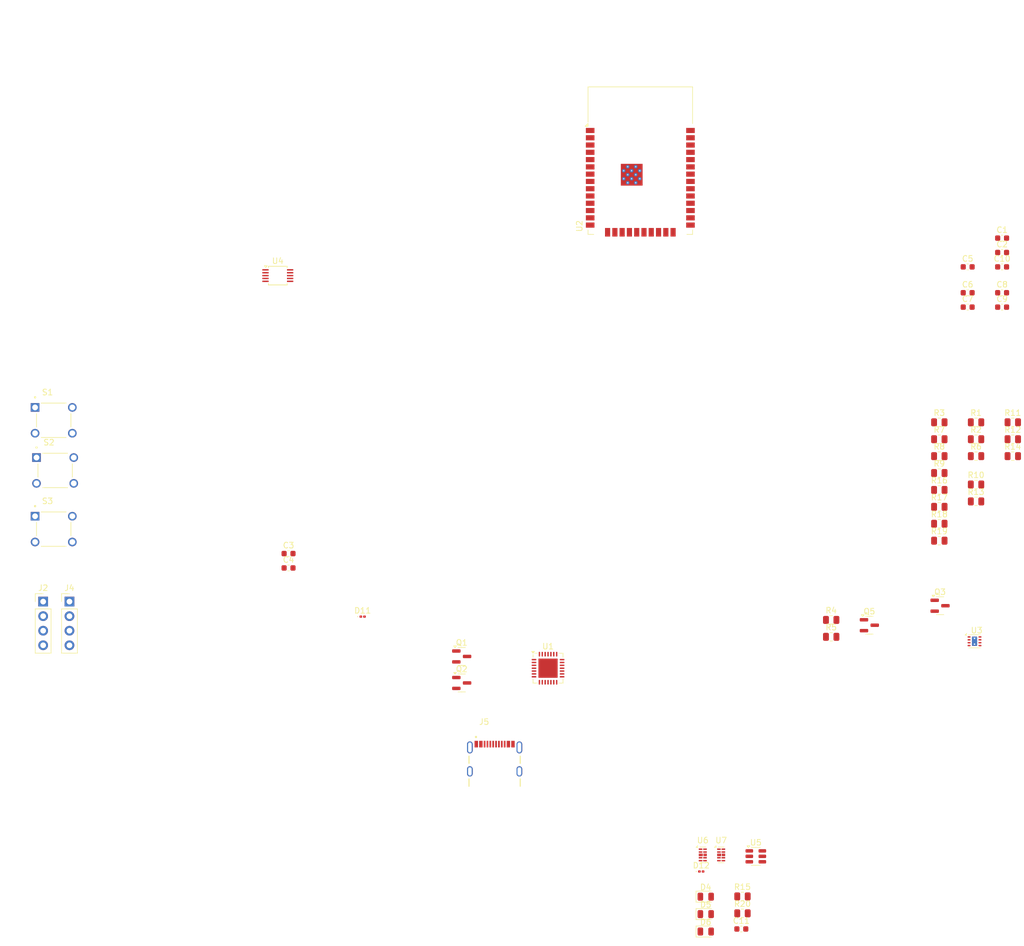
<source format=kicad_pcb>
(kicad_pcb (version 20241229) (generator "pcbnew") (generator_version "9.0")
  (layers (0 "F.Cu" signal) (2 "B.Cu" signal) (13 "F.Paste" user) (15 "B.Paste" user) (5 "F.SilkS" user "F.Silkscreen") (7 "B.SilkS" user "B.Silkscreen") (1 "F.Mask" user) (3 "B.Mask" user) (25 "Edge.Cuts" user))
  (net 0 "")
  (net 1 "GND")
  (net 2 "VBUS")
  (net 3 "/dn")
  (net 4 "/dp")
  (net 5 "+3.3V")
  (net 6 "/ESP32/SCL")
  (net 7 "/ESP32/SDA")
  (net 8 "Net-(Q1-E)")
  (net 9 "/ESP32/EN")
  (net 10 "Net-(Q1-B)")
  (net 11 "Net-(Q2-E)")
  (net 12 "/ESP32/GPIO0")
  (net 13 "Net-(Q2-B)")
  (net 14 "+5V")
  (net 15 "Net-(D2-A)")
  (net 16 "Net-(D8-A)")
  (net 17 "Vin")
  (net 26 "/ESP32/RXD0")
  (net 27 "Net-(U1-~{RST})")
  (net 29 "Net-(U1-VBUS)")
  (net 36 "/ESP32/TXD0")
  (net 38 "/ESP32/GPIO35")
  (net 50 "/ESP32/GPIO32")
  (net 52 "/ESP32/GPIO27")
  (net 53 "/ESP32/GPIO34")
  (net 58 "/ESP32/GPIO33")
  (net 65 "Net-(U2-IO19)")
  (net 66 "Net-(U3-SW)")
  (net 67 "Net-(U3-PG)")
  (net 69 "/ESP32/AINpositif")
  (net 71 "/ESP32/AINnégatif")
  (net 76 "Net-(R3-Pad1)")
  (net 77 "Net-(R16-Pad2)")
  (net 78 "Net-(R18-Pad2)")
  (net 80 "Net-(D4-K)")
  (net 81 "Net-(D5-K)")
  (net 82 "Net-(D6-K)")
  (net 83 "Net-(U4-AIN0)")
  (net 84 "Net-(U1-D-)")
  (net 85 "Net-(U1-D+)")
  (footprint "Resistor_SMD:R_0805_2012Metric" (layer "F.Cu") (at 188.6775 96.05)
    (property "Reference" "R2" (at 0 -1.65 0) (layer "F.SilkS"))
    (property "Value" "10K")
    (pad "1" smd roundrect (at -0.9125 0) (size 1.025 1.4) (layers "F.Cu" "F.Mask" "F.Paste") (roundrect_rratio 0.243902) (net 11 "Net-(Q2-E)"))
    (pad "2" smd roundrect (at 0.9125 0) (size 1.025 1.4) (layers "F.Cu" "F.Mask" "F.Paste") (roundrect_rratio 0.243902) (net 10 "Net-(Q1-B)"))
  )
  (footprint "Resistor_SMD:R_0805_2012Metric" (layer "F.Cu") (at 182.2675 99)
    (property "Reference" "R8" (at 0 -1.65 0) (layer "F.SilkS"))
    (property "Value" "100R")
    (pad "1" smd roundrect (at -0.9125 0) (size 1.025 1.4) (layers "F.Cu" "F.Mask" "F.Paste") (roundrect_rratio 0.243902) (net 81 "Net-(D5-K)"))
    (pad "2" smd roundrect (at 0.9125 0) (size 1.025 1.4) (layers "F.Cu" "F.Mask" "F.Paste") (roundrect_rratio 0.243902) (net 1 "GND"))
  )
  (footprint "Resistor_SMD:R_0805_2012Metric" (layer "F.Cu") (at 182.2675 107.85)
    (property "Reference" "R17" (at 0 -1.65 0) (layer "F.SilkS"))
    (property "Value" "10K")
    (pad "1" smd roundrect (at -0.9125 0) (size 1.025 1.4) (layers "F.Cu" "F.Mask" "F.Paste") (roundrect_rratio 0.243902) (net 77 "Net-(R16-Pad2)"))
    (pad "2" smd roundrect (at 0.9125 0) (size 1.025 1.4) (layers "F.Cu" "F.Mask" "F.Paste") (roundrect_rratio 0.243902) (net 53 "/ESP32/GPIO34"))
  )
  (footprint "Capacitor_SMD:C_0603_1608Metric" (layer "F.Cu") (at 193.225 70.49)
    (property "Reference" "C8" (at 0 -1.43 0) (layer "F.SilkS"))
    (property "Value" "22uF")
    (pad "1" smd roundrect (at -0.775 0) (size 0.9 0.95) (layers "F.Cu" "F.Mask" "F.Paste") (net 5 "+3.3V"))
    (pad "2" smd roundrect (at 0.775 0) (size 0.9 0.95) (layers "F.Cu" "F.Mask" "F.Paste") (net 1 "GND"))
  )
  (footprint "Capacitor_SMD:C_0603_1608Metric" (layer "F.Cu") (at 187.215 70.49)
    (property "Reference" "C6" (at 0 -1.43 0) (layer "F.SilkS"))
    (property "Value" "4.7uF")
    (pad "1" smd roundrect (at -0.775 0) (size 0.9 0.95) (layers "F.Cu" "F.Mask" "F.Paste") (net 5 "+3.3V"))
    (pad "2" smd roundrect (at 0.775 0) (size 0.9 0.95) (layers "F.Cu" "F.Mask" "F.Paste") (net 1 "GND"))
  )
  (footprint "Resistor_SMD:R_0805_2012Metric" (layer "F.Cu") (at 195.0875 99)
    (property "Reference" "R14" (at 0 -1.65 0) (layer "F.SilkS"))
    (property "Value" "10k")
    (pad "1" smd roundrect (at -0.9125 0) (size 1.025 1.4) (layers "F.Cu" "F.Mask" "F.Paste") (roundrect_rratio 0.243902) (net 16 "Net-(D8-A)"))
    (pad "2" smd roundrect (at 0.9125 0) (size 1.025 1.4) (layers "F.Cu" "F.Mask" "F.Paste") (roundrect_rratio 0.243902) (net 1 "GND"))
  )
  (footprint "Package_TO_SOT_SMD:SOT-23-6" (layer "F.Cu") (at 150.255 168.825)
    (property "Reference" "U5" (at 0 -2.4 0) (layer "F.SilkS"))
    (property "Value" "USBLC6-2SC6")
    (pad "1" smd roundrect (at -1.1375 -0.95) (size 1.325 0.6) (layers "F.Cu" "F.Mask" "F.Paste") (net 4 "/dp"))
    (pad "2" smd roundrect (at -1.1375 0) (size 1.325 0.6) (layers "F.Cu" "F.Mask" "F.Paste") (net 1 "GND"))
    (pad "3" smd roundrect (at -1.1375 0.95) (size 1.325 0.6) (layers "F.Cu" "F.Mask" "F.Paste") (net 3 "/dn"))
    (pad "4" smd roundrect (at 1.1375 0.95) (size 1.325 0.6) (layers "F.Cu" "F.Mask" "F.Paste") (net 84 "Net-(U1-D-)"))
    (pad "5" smd roundrect (at 1.1375 0) (size 1.325 0.6) (layers "F.Cu" "F.Mask" "F.Paste") (net 2 "VBUS"))
    (pad "6" smd roundrect (at 1.1375 -0.95) (size 1.325 0.6) (layers "F.Cu" "F.Mask" "F.Paste") (net 85 "Net-(U1-D+)"))
  )
  (footprint "Resistor_SMD:R_0805_2012Metric" (layer "F.Cu") (at 195.0875 96.05)
    (property "Reference" "R12" (at 0 -1.65 0) (layer "F.SilkS"))
    (property "Value" "100k")
    (pad "1" smd roundrect (at -0.9125 0) (size 1.025 1.4) (layers "F.Cu" "F.Mask" "F.Paste") (roundrect_rratio 0.243902) (net 5 "+3.3V"))
    (pad "2" smd roundrect (at 0.9125 0) (size 1.025 1.4) (layers "F.Cu" "F.Mask" "F.Paste") (roundrect_rratio 0.243902) (net 67 "Net-(U3-PG)"))
  )
  (footprint "Resistor_SMD:R_0805_2012Metric" (layer "F.Cu") (at 163.4025 130.525)
    (property "Reference" "R5" (at 0 -1.65 0) (layer "F.SilkS"))
    (property "Value" "47k")
    (pad "1" smd roundrect (at -0.9125 0) (size 1.025 1.4) (layers "F.Cu" "F.Mask" "F.Paste") (roundrect_rratio 0.243902) (net 29 "Net-(U1-VBUS)"))
    (pad "2" smd roundrect (at 0.9125 0) (size 1.025 1.4) (layers "F.Cu" "F.Mask" "F.Paste") (roundrect_rratio 0.243902) (net 1 "GND"))
  )
  (footprint "Resistor_SMD:R_0805_2012Metric" (layer "F.Cu") (at 163.4025 127.575)
    (property "Reference" "R4" (at 0 -1.65 0) (layer "F.SilkS"))
    (property "Value" "22k")
    (pad "1" smd roundrect (at -0.9125 0) (size 1.025 1.4) (layers "F.Cu" "F.Mask" "F.Paste") (roundrect_rratio 0.243902) (net 2 "VBUS"))
    (pad "2" smd roundrect (at 0.9125 0) (size 1.025 1.4) (layers "F.Cu" "F.Mask" "F.Paste") (roundrect_rratio 0.243902) (net 29 "Net-(U1-VBUS)"))
  )
  (footprint "Package_DFN_QFN:Diodes_UDFN-10_1.0x2.5mm_P0.5mm" (layer "F.Cu") (at 144.205 168.575)
    (property "Reference" "U7" (at 0 -2.54 0) (layer "F.SilkS"))
    (property "Value" "D3V3XA4B10LP")
    (pad "1" smd rect (at -0.3875 -1 270) (size 0.25 0.625) (layers "F.Cu" "F.Mask" "F.Paste") (net 6 "/ESP32/SCL"))
    (pad "2" smd rect (at -0.3875 -0.5 270) (size 0.25 0.625) (layers "F.Cu" "F.Mask" "F.Paste") (net 7 "/ESP32/SDA"))
    (pad "3" smd rect (at -0.35 0 270) (size 0.45 0.7) (layers "F.Cu" "F.Mask" "F.Paste") (net 1 "GND"))
    (pad "4" smd rect (at -0.3875 0.5 270) (size 0.25 0.625) (layers "F.Cu" "F.Mask" "F.Paste") (net 5 "+3.3V"))
    (pad "5" smd rect (at -0.3875 1 270) (size 0.25 0.625) (layers "F.Cu" "F.Mask" "F.Paste"))
    (pad "6" smd rect (at 0.3875 1 270) (size 0.25 0.625) (layers "F.Cu" "F.Mask" "F.Paste"))
    (pad "7" smd rect (at 0.3875 0.5 270) (size 0.25 0.625) (layers "F.Cu" "F.Mask" "F.Paste"))
    (pad "8" smd rect (at 0.4125 0 270) (size 0.45 0.575) (layers "F.Cu" "F.Mask" "F.Paste") (net 1 "GND"))
    (pad "9" smd rect (at 0.3875 -0.5 270) (size 0.25 0.625) (layers "F.Cu" "F.Mask" "F.Paste"))
    (pad "10" smd rect (at 0.3875 -1 270) (size 0.25 0.625) (layers "F.Cu" "F.Mask" "F.Paste"))
  )
  (footprint "Resistor_SMD:R_0805_2012Metric" (layer "F.Cu") (at 188.6775 93.1)
    (property "Reference" "R1" (at 0 -1.65 0) (layer "F.SilkS"))
    (property "Value" "10K")
    (pad "1" smd roundrect (at -0.9125 0) (size 1.025 1.4) (layers "F.Cu" "F.Mask" "F.Paste") (roundrect_rratio 0.243902) (net 8 "Net-(Q1-E)"))
    (pad "2" smd roundrect (at 0.9125 0) (size 1.025 1.4) (layers "F.Cu" "F.Mask" "F.Paste") (roundrect_rratio 0.243902) (net 13 "Net-(Q2-B)"))
  )
  (footprint "Resistor_SMD:R_0805_2012Metric" (layer "F.Cu") (at 188.6775 99)
    (property "Reference" "R6" (at 0 -1.65 0) (layer "F.SilkS"))
    (property "Value" "1K")
    (pad "1" smd roundrect (at -0.9125 0) (size 1.025 1.4) (layers "F.Cu" "F.Mask" "F.Paste") (roundrect_rratio 0.243902) (net 5 "+3.3V"))
    (pad "2" smd roundrect (at 0.9125 0) (size 1.025 1.4) (layers "F.Cu" "F.Mask" "F.Paste") (roundrect_rratio 0.243902) (net 27 "Net-(U1-~{RST})"))
  )
  (footprint "Package_TO_SOT_SMD:SOT-23" (layer "F.Cu") (at 98.9375 133.95)
    (property "Reference" "Q1" (at 0 -2.4 0) (layer "F.SilkS"))
    (property "Value" "SS8050")
    (pad "1" smd roundrect (at -0.9375 -0.95) (size 1.475 0.6) (layers "F.Cu" "F.Mask" "F.Paste") (net 10 "Net-(Q1-B)"))
    (pad "2" smd roundrect (at -0.9375 0.95) (size 1.475 0.6) (layers "F.Cu" "F.Mask" "F.Paste") (net 8 "Net-(Q1-E)"))
    (pad "3" smd roundrect (at 0.9375 0) (size 1.475 0.6) (layers "F.Cu" "F.Mask" "F.Paste") (net 9 "/ESP32/EN"))
  )
  (footprint "Capacitor_SMD:C_0603_1608Metric" (layer "F.Cu") (at 193.225 65.98)
    (property "Reference" "C10" (at 0 -1.43 0) (layer "F.SilkS"))
    (property "Value" "0.1µF")
    (pad "1" smd roundrect (at -0.775 0) (size 0.9 0.95) (layers "F.Cu" "F.Mask" "F.Paste") (net 5 "+3.3V"))
    (pad "2" smd roundrect (at 0.775 0) (size 0.9 0.95) (layers "F.Cu" "F.Mask" "F.Paste") (net 1 "GND"))
  )
  (footprint "Resistor_SMD:R_0805_2012Metric" (layer "F.Cu") (at 147.925 178.77)
    (property "Reference" "R20" (at 0 -1.65 0) (layer "F.SilkS"))
    (property "Value" "R")
    (pad "1" smd roundrect (at -0.9125 0) (size 1.025 1.4) (layers "F.Cu" "F.Mask" "F.Paste") (roundrect_rratio 0.243902) (net 83 "Net-(U4-AIN0)"))
    (pad "2" smd roundrect (at 0.9125 0) (size 1.025 1.4) (layers "F.Cu" "F.Mask" "F.Paste") (roundrect_rratio 0.243902) (net 69 "/ESP32/AINpositif"))
  )
  (footprint "Capacitor_SMD:C_0603_1608Metric" (layer "F.Cu") (at 187.215 65.98)
    (property "Reference" "C5" (at 0 -1.43 0) (layer "F.SilkS"))
    (property "Value" "1uF")
    (pad "1" smd roundrect (at -0.775 0) (size 0.9 0.95) (layers "F.Cu" "F.Mask" "F.Paste") (net 9 "/ESP32/EN"))
    (pad "2" smd roundrect (at 0.775 0) (size 0.9 0.95) (layers "F.Cu" "F.Mask" "F.Paste") (net 1 "GND"))
  )
  (footprint "Capacitor_SMD:C_0603_1608Metric" (layer "F.Cu") (at 68.725 118.51)
    (property "Reference" "C4" (at 0 -1.43 0) (layer "F.SilkS"))
    (property "Value" "1uF")
    (pad "1" smd roundrect (at -0.775 0) (size 0.9 0.95) (layers "F.Cu" "F.Mask" "F.Paste") (net 38 "/ESP32/GPIO35"))
    (pad "2" smd roundrect (at 0.775 0) (size 0.9 0.95) (layers "F.Cu" "F.Mask" "F.Paste") (net 1 "GND"))
  )
  (footprint "Resistor_SMD:R_0805_2012Metric" (layer "F.Cu") (at 188.6775 106.9)
    (property "Reference" "R13" (at 0 -1.65 0) (layer "F.SilkS"))
    (property "Value" "10K")
    (pad "1" smd roundrect (at -0.9125 0) (size 1.025 1.4) (layers "F.Cu" "F.Mask" "F.Paste") (roundrect_rratio 0.243902) (net 6 "/ESP32/SCL"))
    (pad "2" smd roundrect (at 0.9125 0) (size 1.025 1.4) (layers "F.Cu" "F.Mask" "F.Paste") (roundrect_rratio 0.243902) (net 5 "+3.3V"))
  )
  (footprint "Resistor_SMD:R_0805_2012Metric" (layer "F.Cu") (at 182.2675 101.95)
    (property "Reference" "R9" (at 0 -1.65 0) (layer "F.SilkS"))
    (property "Value" "100R")
    (pad "1" smd roundrect (at -0.9125 0) (size 1.025 1.4) (layers "F.Cu" "F.Mask" "F.Paste") (roundrect_rratio 0.243902) (net 82 "Net-(D6-K)"))
    (pad "2" smd roundrect (at 0.9125 0) (size 1.025 1.4) (layers "F.Cu" "F.Mask" "F.Paste") (roundrect_rratio 0.243902) (net 1 "GND"))
  )
  (footprint "Resistor_SMD:R_0805_2012Metric" (layer "F.Cu") (at 182.2675 93.1)
    (property "Reference" "R3" (at 0 -1.65 0) (layer "F.SilkS"))
    (property "Value" "10K")
    (pad "1" smd roundrect (at -0.9125 0) (size 1.025 1.4) (layers "F.Cu" "F.Mask" "F.Paste") (roundrect_rratio 0.243902) (net 76 "Net-(R3-Pad1)"))
    (pad "2" smd roundrect (at 0.9125 0) (size 1.025 1.4) (layers "F.Cu" "F.Mask" "F.Paste") (roundrect_rratio 0.243902) (net 9 "/ESP32/EN"))
  )
  (footprint "Resistor_SMD:R_0805_2012Metric" (layer "F.Cu") (at 182.2675 96.05)
    (property "Reference" "R7" (at 0 -1.65 0) (layer "F.SilkS"))
    (property "Value" "100R")
    (pad "1" smd roundrect (at -0.9125 0) (size 1.025 1.4) (layers "F.Cu" "F.Mask" "F.Paste") (roundrect_rratio 0.243902) (net 80 "Net-(D4-K)"))
    (pad "2" smd roundrect (at 0.9125 0) (size 1.025 1.4) (layers "F.Cu" "F.Mask" "F.Paste") (roundrect_rratio 0.243902) (net 1 "GND"))
  )
  (footprint "Package_DFN_QFN:QFN-28-1EP_5x5mm_P0.5mm_EP3.35x3.35mm" (layer "F.Cu") (at 114 136)
    (property "Reference" "U1" (at 0 -3.8 0) (layer "F.SilkS"))
    (property "Value" "CP2102N-Axx-xQFN28")
    (pad "1" smd roundrect (at -2.45 -1.5) (size 0.8 0.25) (layers "F.Cu" "F.Mask" "F.Paste"))
    (pad "2" smd roundrect (at -2.45 -1) (size 0.8 0.25) (layers "F.Cu" "F.Mask" "F.Paste"))
    (pad "3" smd roundrect (at -2.45 -0.5) (size 0.8 0.25) (layers "F.Cu" "F.Mask" "F.Paste") (net 1 "GND"))
    (pad "4" smd roundrect (at -2.45 0) (size 0.8 0.25) (layers "F.Cu" "F.Mask" "F.Paste") (net 85 "Net-(U1-D+)"))
    (pad "5" smd roundrect (at -2.45 0.5) (size 0.8 0.25) (layers "F.Cu" "F.Mask" "F.Paste") (net 84 "Net-(U1-D-)"))
    (pad "6" smd roundrect (at -2.45 1) (size 0.8 0.25) (layers "F.Cu" "F.Mask" "F.Paste") (net 5 "+3.3V"))
    (pad "7" smd roundrect (at -2.45 1.5) (size 0.8 0.25) (layers "F.Cu" "F.Mask" "F.Paste") (net 5 "+3.3V"))
    (pad "8" smd roundrect (at -1.5 2.45) (size 0.25 0.8) (layers "F.Cu" "F.Mask" "F.Paste") (net 29 "Net-(U1-VBUS)"))
    (pad "9" smd roundrect (at -1 2.45) (size 0.25 0.8) (layers "F.Cu" "F.Mask" "F.Paste") (net 27 "Net-(U1-~{RST})"))
    (pad "10" smd roundrect (at -0.5 2.45) (size 0.25 0.8) (layers "F.Cu" "F.Mask" "F.Paste"))
    (pad "11" smd roundrect (at 0 2.45) (size 0.25 0.8) (layers "F.Cu" "F.Mask" "F.Paste"))
    (pad "12" smd roundrect (at 0.5 2.45) (size 0.25 0.8) (layers "F.Cu" "F.Mask" "F.Paste"))
    (pad "13" smd roundrect (at 1 2.45) (size 0.25 0.8) (layers "F.Cu" "F.Mask" "F.Paste"))
    (pad "14" smd roundrect (at 1.5 2.45) (size 0.25 0.8) (layers "F.Cu" "F.Mask" "F.Paste"))
    (pad "15" smd roundrect (at 2.45 1.5) (size 0.8 0.25) (layers "F.Cu" "F.Mask" "F.Paste"))
    (pad "16" smd roundrect (at 2.45 1) (size 0.8 0.25) (layers "F.Cu" "F.Mask" "F.Paste"))
    (pad "17" smd roundrect (at 2.45 0.5) (size 0.8 0.25) (layers "F.Cu" "F.Mask" "F.Paste"))
    (pad "18" smd roundrect (at 2.45 0) (size 0.8 0.25) (layers "F.Cu" "F.Mask" "F.Paste"))
    (pad "19" smd roundrect (at 2.45 -0.5) (size 0.8 0.25) (layers "F.Cu" "F.Mask" "F.Paste"))
    (pad "20" smd roundrect (at 2.45 -1) (size 0.8 0.25) (layers "F.Cu" "F.Mask" "F.Paste"))
    (pad "21" smd roundrect (at 2.45 -1.5) (size 0.8 0.25) (layers "F.Cu" "F.Mask" "F.Paste"))
    (pad "22" smd roundrect (at 1.5 -2.45) (size 0.25 0.8) (layers "F.Cu" "F.Mask" "F.Paste"))
    (pad "23" smd roundrect (at 1 -2.45) (size 0.25 0.8) (layers "F.Cu" "F.Mask" "F.Paste"))
    (pad "24" smd roundrect (at 0.5 -2.45) (size 0.25 0.8) (layers "F.Cu" "F.Mask" "F.Paste") (net 11 "Net-(Q2-E)"))
    (pad "25" smd roundrect (at 0 -2.45) (size 0.25 0.8) (layers "F.Cu" "F.Mask" "F.Paste") (net 26 "/ESP32/RXD0"))
    (pad "26" smd roundrect (at -0.5 -2.45) (size 0.25 0.8) (layers "F.Cu" "F.Mask" "F.Paste") (net 36 "/ESP32/TXD0"))
    (pad "27" smd roundrect (at -1 -2.45) (size 0.25 0.8) (layers "F.Cu" "F.Mask" "F.Paste"))
    (pad "28" smd roundrect (at -1.5 -2.45) (size 0.25 0.8) (layers "F.Cu" "F.Mask" "F.Paste") (net 8 "Net-(Q1-E)"))
    (pad "29" smd rect (at 0 0) (size 3.35 3.35) (property pad_prop_heatsink) (layers "F.Cu" "F.Mask") (net 1 "GND"))
  )
  (footprint "Resistor_SMD:R_0805_2012Metric" (layer "F.Cu") (at 147.925 175.82)
    (property "Reference" "R15" (at 0 -1.65 0) (layer "F.SilkS"))
    (property "Value" "0R")
    (pad "1" smd roundrect (at -0.9125 0) (size 1.025 1.4) (layers "F.Cu" "F.Mask" "F.Paste") (roundrect_rratio 0.243902) (net 71 "/ESP32/AINnégatif"))
    (pad "2" smd roundrect (at 0.9125 0) (size 1.025 1.4) (layers "F.Cu" "F.Mask" "F.Paste") (roundrect_rratio 0.243902) (net 1 "GND"))
  )
  (footprint "Package_DFN_QFN:Diodes_UDFN-10_1.0x2.5mm_P0.5mm" (layer "F.Cu") (at 141 168.575)
    (property "Reference" "U6" (at 0 -2.54 0) (layer "F.SilkS"))
    (property "Value" "D3V3XA4B10LP")
    (pad "1" smd rect (at -0.3875 -1 270) (size 0.25 0.625) (layers "F.Cu" "F.Mask" "F.Paste") (net 6 "/ESP32/SCL"))
    (pad "2" smd rect (at -0.3875 -0.5 270) (size 0.25 0.625) (layers "F.Cu" "F.Mask" "F.Paste") (net 7 "/ESP32/SDA"))
    (pad "3" smd rect (at -0.35 0 270) (size 0.45 0.7) (layers "F.Cu" "F.Mask" "F.Paste") (net 1 "GND"))
    (pad "4" smd rect (at -0.3875 0.5 270) (size 0.25 0.625) (layers "F.Cu" "F.Mask" "F.Paste") (net 5 "+3.3V"))
    (pad "5" smd rect (at -0.3875 1 270) (size 0.25 0.625) (layers "F.Cu" "F.Mask" "F.Paste"))
    (pad "6" smd rect (at 0.3875 1 270) (size 0.25 0.625) (layers "F.Cu" "F.Mask" "F.Paste"))
    (pad "7" smd rect (at 0.3875 0.5 270) (size 0.25 0.625) (layers "F.Cu" "F.Mask" "F.Paste"))
    (pad "8" smd rect (at 0.4125 0 270) (size 0.45 0.575) (layers "F.Cu" "F.Mask" "F.Paste") (net 1 "GND"))
    (pad "9" smd rect (at 0.3875 -0.5 270) (size 0.25 0.625) (layers "F.Cu" "F.Mask" "F.Paste"))
    (pad "10" smd rect (at 0.3875 -1 270) (size 0.25 0.625) (layers "F.Cu" "F.Mask" "F.Paste"))
  )
  (footprint "Package_TO_SOT_SMD:SOT-23" (layer "F.Cu") (at 182.3975 125.1)
    (property "Reference" "Q3" (at 0 -2.4 0) (layer "F.SilkS"))
    (property "Value" "FDN340P")
    (pad "1" smd roundrect (at -0.9375 -0.95) (size 1.475 0.6) (layers "F.Cu" "F.Mask" "F.Paste") (net 15 "Net-(D2-A)"))
    (pad "2" smd roundrect (at -0.9375 0.95) (size 1.475 0.6) (layers "F.Cu" "F.Mask" "F.Paste") (net 14 "+5V"))
    (pad "3" smd roundrect (at 0.9375 0) (size 1.475 0.6) (layers "F.Cu" "F.Mask" "F.Paste") (net 2 "VBUS"))
  )
  (footprint "Package_TO_SOT_SMD:SOT-23" (layer "F.Cu") (at 170.0625 128.5)
    (property "Reference" "Q5" (at 0 -2.4 0) (layer "F.SilkS"))
    (property "Value" "FDN340P")
    (pad "1" smd roundrect (at -0.9375 -0.95) (size 1.475 0.6) (layers "F.Cu" "F.Mask" "F.Paste") (net 16 "Net-(D8-A)"))
    (pad "2" smd roundrect (at -0.9375 0.95) (size 1.475 0.6) (layers "F.Cu" "F.Mask" "F.Paste") (net 15 "Net-(D2-A)"))
    (pad "3" smd roundrect (at 0.9375 0) (size 1.475 0.6) (layers "F.Cu" "F.Mask" "F.Paste") (net 17 "Vin"))
  )
  (footprint "Capacitor_SMD:C_0603_1608Metric" (layer "F.Cu") (at 187.215 73)
    (property "Reference" "C7" (at 0 -1.43 0) (layer "F.SilkS"))
    (property "Value" "0.1uF")
    (pad "1" smd roundrect (at -0.775 0) (size 0.9 0.95) (layers "F.Cu" "F.Mask" "F.Paste") (net 5 "+3.3V"))
    (pad "2" smd roundrect (at 0.775 0) (size 0.9 0.95) (layers "F.Cu" "F.Mask" "F.Paste") (net 1 "GND"))
  )
  (footprint "Capacitor_SMD:C_0603_1608Metric" (layer "F.Cu") (at 147.725 181.5)
    (property "Reference" "C11" (at 0 -1.43 0) (layer "F.SilkS"))
    (property "Value" "C")
    (pad "1" smd roundrect (at -0.775 0) (size 0.9 0.95) (layers "F.Cu" "F.Mask" "F.Paste") (net 83 "Net-(U4-AIN0)"))
    (pad "2" smd roundrect (at 0.775 0) (size 0.9 0.95) (layers "F.Cu" "F.Mask" "F.Paste") (net 1 "GND"))
  )
  (footprint "Resistor_SMD:R_0805_2012Metric" (layer "F.Cu") (at 182.2675 104.9)
    (property "Reference" "R16" (at 0 -1.65 0) (layer "F.SilkS"))
    (property "Value" "10K")
    (pad "1" smd roundrect (at -0.9125 0) (size 1.025 1.4) (layers "F.Cu" "F.Mask" "F.Paste") (roundrect_rratio 0.243902) (net 5 "+3.3V"))
    (pad "2" smd roundrect (at 0.9125 0) (size 1.025 1.4) (layers "F.Cu" "F.Mask" "F.Paste") (roundrect_rratio 0.243902) (net 77 "Net-(R16-Pad2)"))
  )
  (footprint "Library_iot:SW_TS02-66-60-BK-160-LCR-D" (layer "F.Cu") (at 28 101.5)
    (property "Reference" "S2" (at -1.079 -4.889 0) (layer "F.SilkS"))
    (property "Value" "TS02-66-60-BK-160-LCR-D")
    (pad "1" thru_hole rect (at -3.25 -2.25) (size 1.508 1.508) (drill 1) (layers "*.Cu" "*.Mask") (net 1 "GND"))
    (pad "2" thru_hole circle (at 3.25 -2.25) (size 1.508 1.508) (drill 1) (layers "*.Cu" "*.Mask") (net 1 "GND"))
    (pad "3" thru_hole circle (at -3.25 2.25) (size 1.508 1.508) (drill 1) (layers "*.Cu" "*.Mask") (net 77 "Net-(R16-Pad2)"))
    (pad "4" thru_hole circle (at 3.25 2.25) (size 1.508 1.508) (drill 1) (layers "*.Cu" "*.Mask") (net 77 "Net-(R16-Pad2)"))
  )
  (footprint "Capacitor_SMD:C_0603_1608Metric" (layer "F.Cu") (at 193.225 60.96)
    (property "Reference" "C1" (at 0 -1.43 0) (layer "F.SilkS"))
    (property "Value" "22uF")
    (pad "1" smd roundrect (at -0.775 0) (size 0.9 0.95) (layers "F.Cu" "F.Mask" "F.Paste") (net 5 "+3.3V"))
    (pad "2" smd roundrect (at 0.775 0) (size 0.9 0.95) (layers "F.Cu" "F.Mask" "F.Paste") (net 1 "GND"))
  )
  (footprint "Diode_SMD:D_0201_0603Metric" (layer "F.Cu") (at 81.655 127)
    (property "Reference" "D11" (at 0 -1.05 0) (layer "F.SilkS"))
    (property "Value" "ESDZL5-1F4")
    (pad "1" smd roundrect (at -0.32 0) (size 0.46 0.4) (layers "F.Cu" "F.Mask") (net 17 "Vin"))
    (pad "2" smd roundrect (at 0.32 0) (size 0.46 0.4) (layers "F.Cu" "F.Mask") (net 1 "GND"))
  )
  (footprint "Resistor_SMD:R_0805_2012Metric" (layer "F.Cu") (at 182.2675 110.8)
    (property "Reference" "R18" (at 0 -1.65 0) (layer "F.SilkS"))
    (property "Value" "10K")
    (pad "1" smd roundrect (at -0.9125 0) (size 1.025 1.4) (layers "F.Cu" "F.Mask" "F.Paste") (roundrect_rratio 0.243902) (net 5 "+3.3V"))
    (pad "2" smd roundrect (at 0.9125 0) (size 1.025 1.4) (layers "F.Cu" "F.Mask" "F.Paste") (roundrect_rratio 0.243902) (net 78 "Net-(R18-Pad2)"))
  )
  (footprint "Connector_PinHeader_2.54mm:PinHeader_1x04_P2.54mm_Vertical" (layer "F.Cu") (at 25.91 124.38)
    (property "Reference" "J2" (at 0 -2.38 0) (layer "F.SilkS"))
    (property "Value" "Conn_01x04_Socket")
    (pad "1" thru_hole rect (at 0 0) (size 1.7 1.7) (drill 1) (layers "*.Cu" "*.Mask") (net 7 "/ESP32/SDA"))
    (pad "2" thru_hole circle (at 0 2.54) (size 1.7 1.7) (drill 1) (layers "*.Cu" "*.Mask") (net 6 "/ESP32/SCL"))
    (pad "3" thru_hole circle (at 0 5.08) (size 1.7 1.7) (drill 1) (layers "*.Cu" "*.Mask") (net 1 "GND"))
    (pad "4" thru_hole circle (at 0 7.62) (size 1.7 1.7) (drill 1) (layers "*.Cu" "*.Mask") (net 5 "+3.3V"))
  )
  (footprint "Resistor_SMD:R_0805_2012Metric" (layer "F.Cu") (at 195.0875 93.1)
    (property "Reference" "R11" (at 0 -1.65 0) (layer "F.SilkS"))
    (property "Value" "10K")
    (pad "1" smd roundrect (at -0.9125 0) (size 1.025 1.4) (layers "F.Cu" "F.Mask" "F.Paste") (roundrect_rratio 0.243902) (net 15 "Net-(D2-A)"))
    (pad "2" smd roundrect (at 0.9125 0) (size 1.025 1.4) (layers "F.Cu" "F.Mask" "F.Paste") (roundrect_rratio 0.243902) (net 1 "GND"))
  )
  (footprint "LED_SMD:LED_0805_2012Metric" (layer "F.Cu") (at 141.515 178.905)
    (property "Reference" "D5" (at 0 -1.65 0) (layer "F.SilkS"))
    (property "Value" "LED_G")
    (pad "1" smd roundrect (at -0.9375 0) (size 0.975 1.4) (layers "F.Cu" "F.Mask" "F.Paste") (net 81 "Net-(D5-K)"))
    (pad "2" smd roundrect (at 0.9375 0) (size 0.975 1.4) (layers "F.Cu" "F.Mask" "F.Paste") (net 50 "/ESP32/GPIO32"))
  )
  (footprint "Resistor_SMD:R_0805_2012Metric" (layer "F.Cu") (at 182.2675 113.75)
    (property "Reference" "R19" (at 0 -1.65 0) (layer "F.SilkS"))
    (property "Value" "10K")
    (pad "1" smd roundrect (at -0.9125 0) (size 1.025 1.4) (layers "F.Cu" "F.Mask" "F.Paste") (roundrect_rratio 0.243902) (net 78 "Net-(R18-Pad2)"))
    (pad "2" smd roundrect (at 0.9125 0) (size 1.025 1.4) (layers "F.Cu" "F.Mask" "F.Paste") (roundrect_rratio 0.243902) (net 38 "/ESP32/GPIO35"))
  )
  (footprint "Package_TO_SOT_SMD:SOT-23" (layer "F.Cu") (at 98.9375 138.575)
    (property "Reference" "Q2" (at 0 -2.4 0) (layer "F.SilkS"))
    (property "Value" "SS8050")
    (pad "1" smd roundrect (at -0.9375 -0.95) (size 1.475 0.6) (layers "F.Cu" "F.Mask" "F.Paste") (net 13 "Net-(Q2-B)"))
    (pad "2" smd roundrect (at -0.9375 0.95) (size 1.475 0.6) (layers "F.Cu" "F.Mask" "F.Paste") (net 11 "Net-(Q2-E)"))
    (pad "3" smd roundrect (at 0.9375 0) (size 1.475 0.6) (layers "F.Cu" "F.Mask" "F.Paste") (net 12 "/ESP32/GPIO0"))
  )
  (footprint "Resistor_SMD:R_0805_2012Metric" (layer "F.Cu") (at 188.6775 103.95)
    (property "Reference" "R10" (at 0 -1.65 0) (layer "F.SilkS"))
    (property "Value" "10K")
    (pad "1" smd roundrect (at -0.9125 0) (size 1.025 1.4) (layers "F.Cu" "F.Mask" "F.Paste") (roundrect_rratio 0.243902) (net 7 "/ESP32/SDA"))
    (pad "2" smd roundrect (at 0.9125 0) (size 1.025 1.4) (layers "F.Cu" "F.Mask" "F.Paste") (roundrect_rratio 0.243902) (net 5 "+3.3V"))
  )
  (footprint "Package_SON:WSON-8-1EP_2x2mm_P0.5mm_EP0.9x1.6mm_ThermalVias" (layer "F.Cu") (at 188.41 131.3)
    (property "Reference" "U3" (at 0.38 -1.9 0) (layer "F.SilkS"))
    (property "Value" "TPS62162DSG")
    (pad "1" smd roundrect (at -0.95 -0.75) (size 0.5 0.25) (layers "F.Cu" "F.Mask" "F.Paste") (net 1 "GND"))
    (pad "2" smd roundrect (at -0.95 -0.25) (size 0.5 0.25) (layers "F.Cu" "F.Mask" "F.Paste") (net 14 "+5V"))
    (pad "3" smd roundrect (at -0.95 0.25) (size 0.5 0.25) (layers "F.Cu" "F.Mask" "F.Paste") (net 14 "+5V"))
    (pad "4" smd roundrect (at -0.95 0.75) (size 0.5 0.25) (layers "F.Cu" "F.Mask" "F.Paste") (net 1 "GND"))
    (pad "5" smd roundrect (at 0.95 0.75) (size 0.5 0.25) (layers "F.Cu" "F.Mask" "F.Paste") (net 1 "GND"))
    (pad "6" smd roundrect (at 0.95 0.25) (size 0.5 0.25) (layers "F.Cu" "F.Mask" "F.Paste") (net 5 "+3.3V"))
    (pad "7" smd roundrect (at 0.95 -0.25) (size 0.5 0.25) (layers "F.Cu" "F.Mask" "F.Paste") (net 66 "Net-(U3-SW)"))
    (pad "8" smd roundrect (at 0.95 -0.75) (size 0.5 0.25) (layers "F.Cu" "F.Mask" "F.Paste") (net 67 "Net-(U3-PG)"))
    (pad "9" thru_hole circle (at 0 -0.5) (size 0.6 0.6) (drill 0.25) (property pad_prop_heatsink) (layers "*.Cu") (net 1 "GND"))
    (pad "9" smd rect (at 0 0) (size 0.9 1.6) (layers "F.Cu" "F.Mask") (net 1 "GND"))
    (pad "9" smd rect (at 0 0) (size 0.9 1.6) (layers "B.Cu") (net 1 "GND"))
    (pad "9" thru_hole circle (at 0 0.5) (size 0.6 0.6) (drill 0.25) (property pad_prop_heatsink) (layers "*.Cu") (net 1 "GND"))
  )
  (footprint "Library_iot:SW_TS02-66-60-BK-160-LCR-D" (layer "F.Cu") (at 27.75 111.733)
    (property "Reference" "S3" (at -1.079 -4.889 0) (layer "F.SilkS"))
    (property "Value" "TS02-66-60-BK-160-LCR-D")
    (pad "1" thru_hole rect (at -3.25 -2.25) (size 1.508 1.508) (drill 1) (layers "*.Cu" "*.Mask") (net 1 "GND"))
    (pad "2" thru_hole circle (at 3.25 -2.25) (size 1.508 1.508) (drill 1) (layers "*.Cu" "*.Mask") (net 1 "GND"))
    (pad "3" thru_hole circle (at -3.25 2.25) (size 1.508 1.508) (drill 1) (layers "*.Cu" "*.Mask") (net 78 "Net-(R18-Pad2)"))
    (pad "4" thru_hole circle (at 3.25 2.25) (size 1.508 1.508) (drill 1) (layers "*.Cu" "*.Mask") (net 78 "Net-(R18-Pad2)"))
  )
  (footprint "Package_SO:TSSOP-10_3x3mm_P0.5mm" (layer "F.Cu") (at 66.85 67.5)
    (property "Reference" "U4" (at 0 -2.55 0) (layer "F.SilkS"))
    (property "Value" "ADS1015IDGS")
    (pad "1" smd rect (at -2.15 -1) (size 1.1 0.25) (layers "F.Cu" "F.Mask" "F.Paste") (net 1 "GND"))
    (pad "2" smd rect (at -2.15 -0.5) (size 1.1 0.25) (layers "F.Cu" "F.Mask" "F.Paste") (net 65 "Net-(U2-IO19)"))
    (pad "3" smd rect (at -2.15 0) (size 1.1 0.25) (layers "F.Cu" "F.Mask" "F.Paste") (net 1 "GND"))
    (pad "4" smd rect (at -2.15 0.5) (size 1.1 0.25) (layers "F.Cu" "F.Mask" "F.Paste") (net 83 "Net-(U4-AIN0)"))
    (pad "5" smd rect (at -2.15 1) (size 1.1 0.25) (layers "F.Cu" "F.Mask" "F.Paste"))
    (pad "6" smd rect (at 2.15 1) (size 1.1 0.25) (layers "F.Cu" "F.Mask" "F.Paste"))
    (pad "7" smd rect (at 2.15 0.5) (size 1.1 0.25) (layers "F.Cu" "F.Mask" "F.Paste") (net 71 "/ESP32/AINnégatif"))
    (pad "8" smd rect (at 2.15 0) (size 1.1 0.25) (layers "F.Cu" "F.Mask" "F.Paste") (net 5 "+3.3V"))
    (pad "9" smd rect (at 2.15 -0.5) (size 1.1 0.25) (layers "F.Cu" "F.Mask" "F.Paste") (net 7 "/ESP32/SDA"))
    (pad "10" smd rect (at 2.15 -1) (size 1.1 0.25) (layers "F.Cu" "F.Mask" "F.Paste") (net 6 "/ESP32/SCL"))
  )
  (footprint "LED_SMD:LED_0805_2012Metric" (layer "F.Cu") (at 141.515 175.865)
    (property "Reference" "D4" (at 0 -1.65 0) (layer "F.SilkS"))
    (property "Value" "LED_B")
    (pad "1" smd roundrect (at -0.9375 0) (size 0.975 1.4) (layers "F.Cu" "F.Mask" "F.Paste") (net 80 "Net-(D4-K)"))
    (pad "2" smd roundrect (at 0.9375 0) (size 0.975 1.4) (layers "F.Cu" "F.Mask" "F.Paste") (net 58 "/ESP32/GPIO33"))
  )
  (footprint "Library_iot:SW_TS02-66-60-BK-160-LCR-D" (layer "F.Cu") (at 27.75 92.75)
    (property "Reference" "S1" (at -1.079 -4.889 0) (layer "F.SilkS"))
    (property "Value" "TS02-66-60-BK-160-LCR-D")
    (pad "1" thru_hole rect (at -3.25 -2.25) (size 1.508 1.508) (drill 1) (layers "*.Cu" "*.Mask") (net 1 "GND"))
    (pad "2" thru_hole circle (at 3.25 -2.25) (size 1.508 1.508) (drill 1) (layers "*.Cu" "*.Mask") (net 1 "GND"))
    (pad "3" thru_hole circle (at -3.25 2.25) (size 1.508 1.508) (drill 1) (layers "*.Cu" "*.Mask") (net 76 "Net-(R3-Pad1)"))
    (pad "4" thru_hole circle (at 3.25 2.25) (size 1.508 1.508) (drill 1) (layers "*.Cu" "*.Mask") (net 76 "Net-(R3-Pad1)"))
  )
  (footprint "LED_SMD:LED_0805_2012Metric" (layer "F.Cu") (at 141.515 181.945)
    (property "Reference" "D6" (at 0 -1.65 0) (layer "F.SilkS"))
    (property "Value" "LED_R")
    (pad "1" smd roundrect (at -0.9375 0) (size 0.975 1.4) (layers "F.Cu" "F.Mask" "F.Paste") (net 82 "Net-(D6-K)"))
    (pad "2" smd roundrect (at 0.9375 0) (size 0.975 1.4) (layers "F.Cu" "F.Mask" "F.Paste") (net 52 "/ESP32/GPIO27"))
  )
  (footprint "Capacitor_SMD:C_0603_1608Metric" (layer "F.Cu") (at 193.225 63.47)
    (property "Reference" "C2" (at 0 -1.43 0) (layer "F.SilkS"))
    (property "Value" "0.1uF")
    (pad "1" smd roundrect (at -0.775 0) (size 0.9 0.95) (layers "F.Cu" "F.Mask" "F.Paste") (net 5 "+3.3V"))
    (pad "2" smd roundrect (at 0.775 0) (size 0.9 0.95) (layers "F.Cu" "F.Mask" "F.Paste") (net 1 "GND"))
  )
  (footprint "Diode_SMD:D_0201_0603Metric" (layer "F.Cu") (at 140.73 171.47)
    (property "Reference" "D12" (at 0 -1.05 0) (layer "F.SilkS"))
    (property "Value" "ESDZL2012MX4T5G")
    (pad "1" smd roundrect (at -0.32 0) (size 0.46 0.4) (layers "F.Cu" "F.Mask") (net 69 "/ESP32/AINpositif"))
    (pad "2" smd roundrect (at 0.32 0) (size 0.46 0.4) (layers "F.Cu" "F.Mask") (net 1 "GND"))
  )
  (footprint "Capacitor_SMD:C_0603_1608Metric" (layer "F.Cu") (at 193.225 73)
    (property "Reference" "C9" (at 0 -1.43 0) (layer "F.SilkS"))
    (property "Value" "10uF")
    (pad "1" smd roundrect (at -0.775 0) (size 0.9 0.95) (layers "F.Cu" "F.Mask" "F.Paste") (net 14 "+5V"))
    (pad "2" smd roundrect (at 0.775 0) (size 0.9 0.95) (layers "F.Cu" "F.Mask" "F.Paste") (net 1 "GND"))
  )
  (footprint "Capacitor_SMD:C_0603_1608Metric" (layer "F.Cu") (at 68.725 116)
    (property "Reference" "C3" (at 0 -1.43 0) (layer "F.SilkS"))
    (property "Value" "1uF")
    (pad "1" smd roundrect (at -0.775 0) (size 0.9 0.95) (layers "F.Cu" "F.Mask" "F.Paste") (net 53 "/ESP32/GPIO34"))
    (pad "2" smd roundrect (at 0.775 0) (size 0.9 0.95) (layers "F.Cu" "F.Mask" "F.Paste") (net 1 "GND"))
  )
  (footprint "RF_Module:ESP32-WROOM-32D" (layer "F.Cu") (at 130.1 50.43)
    (property "Reference" "U2" (at -10.61 8.43 90) (layer "F.SilkS"))
    (property "Value" "ESP32-WROOM-32E")
    (pad "1" smd rect (at -8.75 -8.25) (size 1.5 0.9) (layers "F.Cu" "F.Mask" "F.Paste") (net 1 "GND"))
    (pad "2" smd rect (at -8.75 -6.98) (size 1.5 0.9) (layers "F.Cu" "F.Mask" "F.Paste") (net 5 "+3.3V"))
    (pad "3" smd rect (at -8.75 -5.71) (size 1.5 0.9) (layers "F.Cu" "F.Mask" "F.Paste") (net 9 "/ESP32/EN"))
    (pad "4" smd rect (at -8.75 -4.44) (size 1.5 0.9) (layers "F.Cu" "F.Mask" "F.Paste"))
    (pad "5" smd rect (at -8.75 -3.17) (size 1.5 0.9) (layers "F.Cu" "F.Mask" "F.Paste"))
    (pad "6" smd rect (at -8.75 -1.9) (size 1.5 0.9) (layers "F.Cu" "F.Mask" "F.Paste") (net 53 "/ESP32/GPIO34"))
    (pad "7" smd rect (at -8.75 -0.63) (size 1.5 0.9) (layers "F.Cu" "F.Mask" "F.Paste") (net 38 "/ESP32/GPIO35"))
    (pad "8" smd rect (at -8.75 0.64) (size 1.5 0.9) (layers "F.Cu" "F.Mask" "F.Paste") (net 50 "/ESP32/GPIO32"))
    (pad "9" smd rect (at -8.75 1.91) (size 1.5 0.9) (layers "F.Cu" "F.Mask" "F.Paste") (net 58 "/ESP32/GPIO33"))
    (pad "10" smd rect (at -8.75 3.18) (size 1.5 0.9) (layers "F.Cu" "F.Mask" "F.Paste"))
    (pad "11" smd rect (at -8.75 4.45) (size 1.5 0.9) (layers "F.Cu" "F.Mask" "F.Paste"))
    (pad "12" smd rect (at -8.75 5.72) (size 1.5 0.9) (layers "F.Cu" "F.Mask" "F.Paste") (net 52 "/ESP32/GPIO27"))
    (pad "13" smd rect (at -8.75 6.99) (size 1.5 0.9) (layers "F.Cu" "F.Mask" "F.Paste"))
    (pad "14" smd rect (at -8.75 8.26) (size 1.5 0.9) (layers "F.Cu" "F.Mask" "F.Paste"))
    (pad "15" smd rect (at -5.71 9.51 90) (size 1.5 0.9) (layers "F.Cu" "F.Mask" "F.Paste") (net 1 "GND"))
    (pad "16" smd rect (at -4.44 9.51 90) (size 1.5 0.9) (layers "F.Cu" "F.Mask" "F.Paste"))
    (pad "17" smd rect (at -3.17 9.51 90) (size 1.5 0.9) (layers "F.Cu" "F.Mask" "F.Paste"))
    (pad "18" smd rect (at -1.9 9.51 90) (size 1.5 0.9) (layers "F.Cu" "F.Mask" "F.Paste"))
    (pad "19" smd rect (at -0.63 9.51 90) (size 1.5 0.9) (layers "F.Cu" "F.Mask" "F.Paste"))
    (pad "20" smd rect (at 0.64 9.51 90) (size 1.5 0.9) (layers "F.Cu" "F.Mask" "F.Paste"))
    (pad "21" smd rect (at 1.91 9.51 90) (size 1.5 0.9) (layers "F.Cu" "F.Mask" "F.Paste"))
    (pad "22" smd rect (at 3.18 9.51 90) (size 1.5 0.9) (layers "F.Cu" "F.Mask" "F.Paste"))
    (pad "23" smd rect (at 4.45 9.51 90) (size 1.5 0.9) (layers "F.Cu" "F.Mask" "F.Paste"))
    (pad "24" smd rect (at 5.72 9.51 90) (size 1.5 0.9) (layers "F.Cu" "F.Mask" "F.Paste"))
    (pad "25" smd rect (at 8.75 8.26) (size 1.5 0.9) (layers "F.Cu" "F.Mask" "F.Paste") (net 12 "/ESP32/GPIO0"))
    (pad "26" smd rect (at 8.75 6.99) (size 1.5 0.9) (layers "F.Cu" "F.Mask" "F.Paste"))
    (pad "27" smd rect (at 8.75 5.72) (size 1.5 0.9) (layers "F.Cu" "F.Mask" "F.Paste"))
    (pad "28" smd rect (at 8.75 4.45) (size 1.5 0.9) (layers "F.Cu" "F.Mask" "F.Paste"))
    (pad "29" smd rect (at 8.75 3.18) (size 1.5 0.9) (layers "F.Cu" "F.Mask" "F.Paste"))
    (pad "30" smd rect (at 8.75 1.91) (size 1.5 0.9) (layers "F.Cu" "F.Mask" "F.Paste"))
    (pad "31" smd rect (at 8.75 0.64) (size 1.5 0.9) (layers "F.Cu" "F.Mask" "F.Paste") (net 65 "Net-(U2-IO19)"))
    (pad "32" smd rect (at 8.75 -0.63) (size 1.5 0.9) (layers "F.Cu" "F.Mask" "F.Paste"))
    (pad "33" smd rect (at 8.75 -1.9) (size 1.5 0.9) (layers "F.Cu" "F.Mask" "F.Paste") (net 7 "/ESP32/SDA"))
    (pad "34" smd rect (at 8.75 -3.17) (size 1.5 0.9) (layers "F.Cu" "F.Mask" "F.Paste") (net 36 "/ESP32/TXD0"))
    (pad "35" smd rect (at 8.75 -4.44) (size 1.5 0.9) (layers "F.Cu" "F.Mask" "F.Paste") (net 26 "/ESP32/RXD0"))
    (pad "36" smd rect (at 8.75 -5.71) (size 1.5 0.9) (layers "F.Cu" "F.Mask" "F.Paste") (net 6 "/ESP32/SCL"))
    (pad "37" smd rect (at 8.75 -6.98) (size 1.5 0.9) (layers "F.Cu" "F.Mask" "F.Paste"))
    (pad "38" smd rect (at 8.75 -8.25) (size 1.5 0.9) (layers "F.Cu" "F.Mask" "F.Paste") (net 1 "GND"))
    (pad "39" smd rect (at -2.9 -1.93) (size 0.9 0.9) (layers "F.Cu" "F.Paste") (net 1 "GND"))
    (pad "39" thru_hole circle (at -2.9 -1.23) (size 0.6 0.6) (drill 0.2) (property pad_prop_heatsink) (layers "*.Cu" "F.Mask") (net 1 "GND"))
    (pad "39" smd rect (at -2.9 -0.53) (size 0.9 0.9) (layers "F.Cu" "F.Paste") (net 1 "GND"))
    (pad "39" thru_hole circle (at -2.9 0.17) (size 0.6 0.6) (drill 0.2) (property pad_prop_heatsink) (layers "*.Cu" "F.Mask") (net 1 "GND"))
    (pad "39" smd rect (at -2.9 0.87) (size 0.9 0.9) (layers "F.Cu" "F.Paste") (net 1 "GND"))
    (pad "39" thru_hole circle (at -2.2 -1.93) (size 0.6 0.6) (drill 0.2) (property pad_prop_heatsink) (layers "*.Cu" "F.Mask") (net 1 "GND"))
    (pad "39" thru_hole circle (at -2.2 -0.53) (size 0.6 0.6) (drill 0.2) (property pad_prop_heatsink) (layers "*.Cu" "F.Mask") (net 1 "GND"))
    (pad "39" thru_hole circle (at -2.2 0.87) (size 0.6 0.6) (drill 0.2) (property pad_prop_heatsink) (layers "*.Cu" "F.Mask") (net 1 "GND"))
    (pad "39" thru_hole circle (at -1.525 -1.23) (size 0.6 0.6) (drill 0.2) (property pad_prop_heatsink) (layers "*.Cu" "F.Mask") (net 1 "GND"))
    (pad "39" thru_hole circle (at -1.525 0.17) (size 0.6 0.6) (drill 0.2) (property pad_prop_heatsink) (layers "*.Cu" "F.Mask") (net 1 "GND"))
    (pad "39" smd rect (at -1.5 -1.93) (size 0.9 0.9) (layers "F.Cu" "F.Paste") (net 1 "GND"))
    (pad "39" smd rect (at -1.5 -0.53) (size 0.9 0.9) (layers "F.Cu" "F.Paste") (net 1 "GND"))
    (pad "39" smd rect (at -1.5 -0.53) (size 3.8 3.8) (property pad_prop_heatsink) (layers "F.Cu" "F.Mask") (net 1 "GND"))
    (pad "39" smd rect (at -1.5 0.87) (size 0.9 0.9) (layers "F.Cu" "F.Paste") (net 1 "GND"))
    (pad "39" thru_hole circle (at -0.8 -1.93) (size 0.6 0.6) (drill 0.2) (property pad_prop_heatsink) (layers "*.Cu" "F.Mask") (net 1 "GND"))
    (pad "39" thru_hole circle (at -0.8 -0.53) (size 0.6 0.6) (drill 0.2) (property pad_prop_heatsink) (layers "*.Cu" "F.Mask") (net 1 "GND"))
    (pad "39" thru_hole circle (at -0.8 0.87) (size 0.6 0.6) (drill 0.2) (property pad_prop_heatsink) (layers "*.Cu" "F.Mask") (net 1 "GND"))
    (pad "39" smd rect (at -0.1 -1.93) (size 0.9 0.9) (layers "F.Cu" "F.Paste") (net 1 "GND"))
    (pad "39" thru_hole circle (at -0.1 -1.23) (size 0.6 0.6) (drill 0.2) (property pad_prop_heatsink) (layers "*.Cu" "F.Mask") (net 1 "GND"))
    (pad "39" smd rect (at -0.1 -0.53) (size 0.9 0.9) (layers "F.Cu" "F.Paste") (net 1 "GND"))
    (pad "39" thru_hole circle (at -0.1 0.17) (size 0.6 0.6) (drill 0.2) (property pad_prop_heatsink) (layers "*.Cu" "F.Mask") (net 1 "GND"))
    (pad "39" smd rect (at -0.1 0.87) (size 0.9 0.9) (layers "F.Cu" "F.Paste") (net 1 "GND"))
  )
  (footprint "Connector_PinHeader_2.54mm:PinHeader_1x04_P2.54mm_Vertical" (layer "F.Cu") (at 30.5 124.38)
    (property "Reference" "J4" (at 0 -2.38 0) (layer "F.SilkS"))
    (property "Value" "Conn_01x04_Socket")
    (pad "1" thru_hole rect (at 0 0) (size 1.7 1.7) (drill 1) (layers "*.Cu" "*.Mask") (net 7 "/ESP32/SDA"))
    (pad "2" thru_hole circle (at 0 2.54) (size 1.7 1.7) (drill 1) (layers "*.Cu" "*.Mask") (net 6 "/ESP32/SCL"))
    (pad "3" thru_hole circle (at 0 5.08) (size 1.7 1.7) (drill 1) (layers "*.Cu" "*.Mask") (net 1 "GND"))
    (pad "4" thru_hole circle (at 0 7.62) (size 1.7 1.7) (drill 1) (layers "*.Cu" "*.Mask") (net 5 "+3.3V"))
  )
  (footprint "Library_iot:GCT_USB4105-GF-A" (layer "F.Cu") (at 104.68 154)
    (property "Reference" "J5" (at -1.825 -8.635 0) (layer "F.SilkS"))
    (property "Value" "USB4105-GF-A")
    (pad "" np_thru_hole circle (at -2.89 -3.68) (size 0.65 0.65) (drill 0.65) (layers "*.Cu" "*.Mask"))
    (pad "" np_thru_hole circle (at 2.89 -3.68) (size 0.65 0.65) (drill 0.65) (layers "*.Cu" "*.Mask"))
    (pad "A1_B12" smd rect (at -3.2 -4.755) (size 0.6 1.15) (layers "F.Cu" "F.Paste") (net 1 "GND"))
    (pad "A4_B9" smd rect (at -2.4 -4.755) (size 0.6 1.15) (layers "F.Cu" "F.Paste") (net 2 "VBUS"))
    (pad "A5" smd rect (at -1.25 -4.755) (size 0.3 1.15) (layers "F.Cu" "F.Paste"))
    (pad "A6" smd rect (at -0.25 -4.755) (size 0.3 1.15) (layers "F.Cu" "F.Paste") (net 4 "/dp"))
    (pad "A7" smd rect (at 0.25 -4.755) (size 0.3 1.15) (layers "F.Cu" "F.Paste") (net 3 "/dn"))
    (pad "A8" smd rect (at 1.25 -4.755) (size 0.3 1.15) (layers "F.Cu" "F.Paste"))
    (pad "B1_A12" smd rect (at 3.2 -4.755) (size 0.6 1.15) (layers "F.Cu" "F.Paste") (net 1 "GND"))
    (pad "B4_A9" smd rect (at 2.4 -4.755) (size 0.6 1.15) (layers "F.Cu" "F.Paste") (net 2 "VBUS"))
    (pad "B5" smd rect (at 1.75 -4.755) (size 0.3 1.15) (layers "F.Cu" "F.Paste"))
    (pad "B6" smd rect (at 0.75 -4.755) (size 0.3 1.15) (layers "F.Cu" "F.Paste") (net 4 "/dp"))
    (pad "B7" smd rect (at -0.75 -4.755) (size 0.3 1.15) (layers "F.Cu" "F.Paste") (net 3 "/dn"))
    (pad "B8" smd rect (at -1.75 -4.755) (size 0.3 1.15) (layers "F.Cu" "F.Paste"))
    (pad "SH1" thru_hole oval (at -4.32 -4.18) (size 1 2.1) (drill oval 0.6 1.7) (layers "*.Cu" "*.Mask") (net 1 "GND"))
    (pad "SH2" thru_hole oval (at 4.32 -4.18) (size 1 2.1) (drill oval 0.6 1.7) (layers "*.Cu" "*.Mask") (net 1 "GND"))
    (pad "SH3" thru_hole oval (at -4.32 0) (size 1 1.8) (drill oval 0.6 1.4) (layers "*.Cu" "*.Mask") (net 1 "GND"))
    (pad "SH4" thru_hole oval (at 4.32 0) (size 1 1.8) (drill oval 0.6 1.4) (layers "*.Cu" "*.Mask") (net 1 "GND"))
  )
)
</source>
